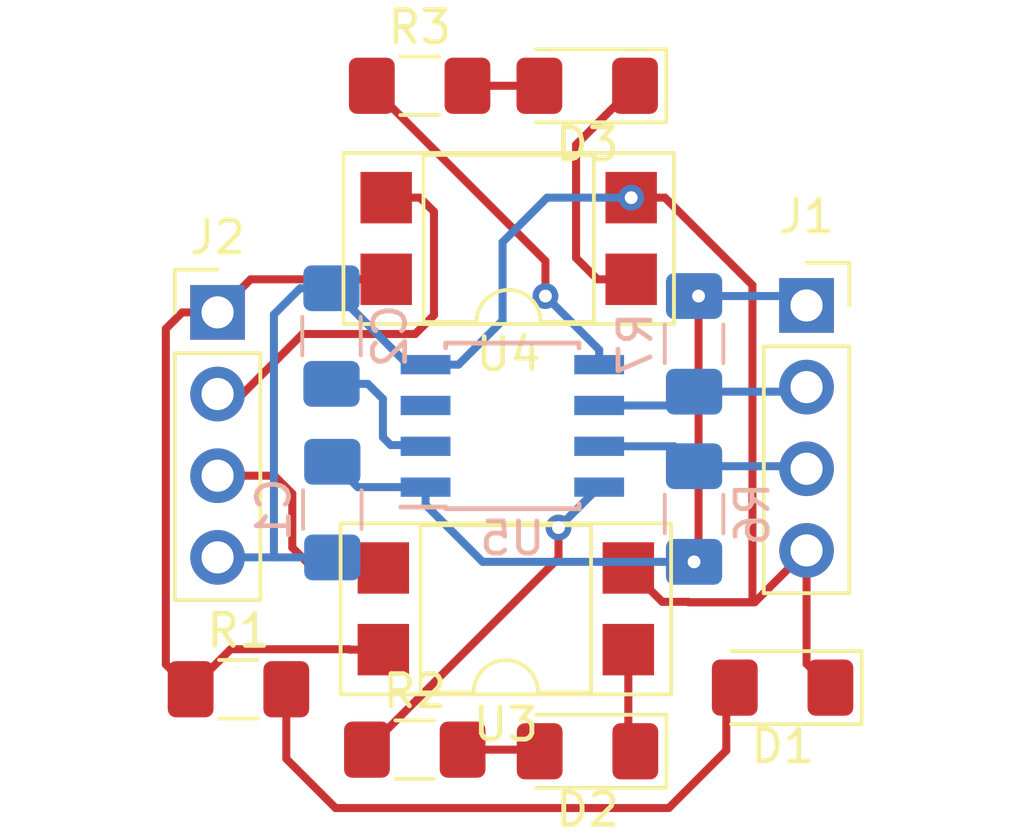
<source format=kicad_pcb>
(kicad_pcb (version 20171130) (host pcbnew 5.0.1-33cea8e~68~ubuntu18.04.1)

  (general
    (thickness 1.6)
    (drawings 0)
    (tracks 107)
    (zones 0)
    (modules 15)
    (nets 16)
  )

  (page A4)
  (layers
    (0 F.Cu signal)
    (31 B.Cu signal)
    (32 B.Adhes user)
    (33 F.Adhes user)
    (34 B.Paste user hide)
    (35 F.Paste user)
    (36 B.SilkS user hide)
    (37 F.SilkS user)
    (38 B.Mask user hide)
    (39 F.Mask user)
    (40 Dwgs.User user)
    (41 Cmts.User user)
    (42 Eco1.User user)
    (43 Eco2.User user)
    (44 Edge.Cuts user)
    (45 Margin user)
    (46 B.CrtYd user hide)
    (47 F.CrtYd user)
    (48 B.Fab user hide)
    (49 F.Fab user)
  )

  (setup
    (last_trace_width 0.25)
    (trace_clearance 0.2)
    (zone_clearance 0.508)
    (zone_45_only no)
    (trace_min 0.2)
    (segment_width 0.2)
    (edge_width 0.1)
    (via_size 0.8)
    (via_drill 0.4)
    (via_min_size 0.4)
    (via_min_drill 0.3)
    (uvia_size 0.3)
    (uvia_drill 0.1)
    (uvias_allowed no)
    (uvia_min_size 0.2)
    (uvia_min_drill 0.1)
    (pcb_text_width 0.3)
    (pcb_text_size 1.5 1.5)
    (mod_edge_width 0.15)
    (mod_text_size 1 1)
    (mod_text_width 0.15)
    (pad_size 1.5 1.5)
    (pad_drill 0.6)
    (pad_to_mask_clearance 0)
    (solder_mask_min_width 0.25)
    (aux_axis_origin 0 0)
    (visible_elements FFFFFF7F)
    (pcbplotparams
      (layerselection 0x010fc_ffffffff)
      (usegerberextensions false)
      (usegerberattributes false)
      (usegerberadvancedattributes false)
      (creategerberjobfile false)
      (excludeedgelayer true)
      (linewidth 0.100000)
      (plotframeref false)
      (viasonmask false)
      (mode 1)
      (useauxorigin false)
      (hpglpennumber 1)
      (hpglpenspeed 20)
      (hpglpendiameter 15.000000)
      (psnegative false)
      (psa4output false)
      (plotreference true)
      (plotvalue true)
      (plotinvisibletext false)
      (padsonsilk false)
      (subtractmaskfromsilk false)
      (outputformat 1)
      (mirror false)
      (drillshape 1)
      (scaleselection 1)
      (outputdirectory ""))
  )

  (net 0 "")
  (net 1 5V)
  (net 2 GND)
  (net 3 +3V3)
  (net 4 "Net-(D1-Pad2)")
  (net 5 "Net-(D2-Pad1)")
  (net 6 "Net-(D2-Pad2)")
  (net 7 "Net-(D3-Pad2)")
  (net 8 "Net-(D3-Pad1)")
  (net 9 SCL)
  (net 10 SDA)
  (net 11 A24)
  (net 12 24V)
  (net 13 A)
  (net 14 B)
  (net 15 B24)

  (net_class Default "Esta es la clase de red por defecto."
    (clearance 0.2)
    (trace_width 0.25)
    (via_dia 0.8)
    (via_drill 0.4)
    (uvia_dia 0.3)
    (uvia_drill 0.1)
    (add_net +3V3)
    (add_net 24V)
    (add_net 5V)
    (add_net A)
    (add_net A24)
    (add_net B)
    (add_net B24)
    (add_net GND)
    (add_net "Net-(D1-Pad2)")
    (add_net "Net-(D2-Pad1)")
    (add_net "Net-(D2-Pad2)")
    (add_net "Net-(D3-Pad1)")
    (add_net "Net-(D3-Pad2)")
    (add_net SCL)
    (add_net SDA)
  )

  (module Resistor_SMD:R_1206_3216Metric_Pad1.42x1.75mm_HandSolder (layer F.Cu) (tedit 5B301BBD) (tstamp 5BFC440F)
    (at 120.3729 84.9757)
    (descr "Resistor SMD 1206 (3216 Metric), square (rectangular) end terminal, IPC_7351 nominal with elongated pad for handsoldering. (Body size source: http://www.tortai-tech.com/upload/download/2011102023233369053.pdf), generated with kicad-footprint-generator")
    (tags "resistor handsolder")
    (path /5BFFA89E)
    (attr smd)
    (fp_text reference R1 (at 0 -1.82) (layer F.SilkS)
      (effects (font (size 1 1) (thickness 0.15)))
    )
    (fp_text value 4k7 (at 0 1.82) (layer F.Fab)
      (effects (font (size 1 1) (thickness 0.15)))
    )
    (fp_line (start -1.6 0.8) (end -1.6 -0.8) (layer F.Fab) (width 0.1))
    (fp_line (start -1.6 -0.8) (end 1.6 -0.8) (layer F.Fab) (width 0.1))
    (fp_line (start 1.6 -0.8) (end 1.6 0.8) (layer F.Fab) (width 0.1))
    (fp_line (start 1.6 0.8) (end -1.6 0.8) (layer F.Fab) (width 0.1))
    (fp_line (start -0.602064 -0.91) (end 0.602064 -0.91) (layer F.SilkS) (width 0.12))
    (fp_line (start -0.602064 0.91) (end 0.602064 0.91) (layer F.SilkS) (width 0.12))
    (fp_line (start -2.45 1.12) (end -2.45 -1.12) (layer F.CrtYd) (width 0.05))
    (fp_line (start -2.45 -1.12) (end 2.45 -1.12) (layer F.CrtYd) (width 0.05))
    (fp_line (start 2.45 -1.12) (end 2.45 1.12) (layer F.CrtYd) (width 0.05))
    (fp_line (start 2.45 1.12) (end -2.45 1.12) (layer F.CrtYd) (width 0.05))
    (fp_text user %R (at 0 0) (layer F.Fab)
      (effects (font (size 0.8 0.8) (thickness 0.12)))
    )
    (pad 1 smd roundrect (at -1.4875 0) (size 1.425 1.75) (layers F.Cu F.Paste F.Mask) (roundrect_rratio 0.175439)
      (net 12 24V))
    (pad 2 smd roundrect (at 1.4875 0) (size 1.425 1.75) (layers F.Cu F.Paste F.Mask) (roundrect_rratio 0.175439)
      (net 4 "Net-(D1-Pad2)"))
    (model ${KISYS3DMOD}/Resistor_SMD.3dshapes/R_1206_3216Metric.wrl
      (at (xyz 0 0 0))
      (scale (xyz 1 1 1))
      (rotate (xyz 0 0 0))
    )
  )

  (module Resistor_SMD:R_1206_3216Metric_Pad1.42x1.75mm_HandSolder (layer F.Cu) (tedit 5B301BBD) (tstamp 5BFC43DF)
    (at 125.857 86.8553)
    (descr "Resistor SMD 1206 (3216 Metric), square (rectangular) end terminal, IPC_7351 nominal with elongated pad for handsoldering. (Body size source: http://www.tortai-tech.com/upload/download/2011102023233369053.pdf), generated with kicad-footprint-generator")
    (tags "resistor handsolder")
    (path /5BFD0E48)
    (attr smd)
    (fp_text reference R2 (at 0 -1.82) (layer F.SilkS)
      (effects (font (size 1 1) (thickness 0.15)))
    )
    (fp_text value 270 (at 0 1.82) (layer F.Fab)
      (effects (font (size 1 1) (thickness 0.15)))
    )
    (fp_line (start -1.6 0.8) (end -1.6 -0.8) (layer F.Fab) (width 0.1))
    (fp_line (start -1.6 -0.8) (end 1.6 -0.8) (layer F.Fab) (width 0.1))
    (fp_line (start 1.6 -0.8) (end 1.6 0.8) (layer F.Fab) (width 0.1))
    (fp_line (start 1.6 0.8) (end -1.6 0.8) (layer F.Fab) (width 0.1))
    (fp_line (start -0.602064 -0.91) (end 0.602064 -0.91) (layer F.SilkS) (width 0.12))
    (fp_line (start -0.602064 0.91) (end 0.602064 0.91) (layer F.SilkS) (width 0.12))
    (fp_line (start -2.45 1.12) (end -2.45 -1.12) (layer F.CrtYd) (width 0.05))
    (fp_line (start -2.45 -1.12) (end 2.45 -1.12) (layer F.CrtYd) (width 0.05))
    (fp_line (start 2.45 -1.12) (end 2.45 1.12) (layer F.CrtYd) (width 0.05))
    (fp_line (start 2.45 1.12) (end -2.45 1.12) (layer F.CrtYd) (width 0.05))
    (fp_text user %R (at 0 0) (layer F.Fab)
      (effects (font (size 0.8 0.8) (thickness 0.12)))
    )
    (pad 1 smd roundrect (at -1.4875 0) (size 1.425 1.75) (layers F.Cu F.Paste F.Mask) (roundrect_rratio 0.175439)
      (net 13 A))
    (pad 2 smd roundrect (at 1.4875 0) (size 1.425 1.75) (layers F.Cu F.Paste F.Mask) (roundrect_rratio 0.175439)
      (net 6 "Net-(D2-Pad2)"))
    (model ${KISYS3DMOD}/Resistor_SMD.3dshapes/R_1206_3216Metric.wrl
      (at (xyz 0 0 0))
      (scale (xyz 1 1 1))
      (rotate (xyz 0 0 0))
    )
  )

  (module Resistor_SMD:R_1206_3216Metric_Pad1.42x1.75mm_HandSolder (layer F.Cu) (tedit 5B301BBD) (tstamp 5BFC43AF)
    (at 126.0078 66.2051)
    (descr "Resistor SMD 1206 (3216 Metric), square (rectangular) end terminal, IPC_7351 nominal with elongated pad for handsoldering. (Body size source: http://www.tortai-tech.com/upload/download/2011102023233369053.pdf), generated with kicad-footprint-generator")
    (tags "resistor handsolder")
    (path /5BFD0E4F)
    (attr smd)
    (fp_text reference R3 (at 0 -1.82) (layer F.SilkS)
      (effects (font (size 1 1) (thickness 0.15)))
    )
    (fp_text value 270 (at 0 1.82) (layer F.Fab)
      (effects (font (size 1 1) (thickness 0.15)))
    )
    (fp_text user %R (at 0 0) (layer F.Fab)
      (effects (font (size 0.8 0.8) (thickness 0.12)))
    )
    (fp_line (start 2.45 1.12) (end -2.45 1.12) (layer F.CrtYd) (width 0.05))
    (fp_line (start 2.45 -1.12) (end 2.45 1.12) (layer F.CrtYd) (width 0.05))
    (fp_line (start -2.45 -1.12) (end 2.45 -1.12) (layer F.CrtYd) (width 0.05))
    (fp_line (start -2.45 1.12) (end -2.45 -1.12) (layer F.CrtYd) (width 0.05))
    (fp_line (start -0.602064 0.91) (end 0.602064 0.91) (layer F.SilkS) (width 0.12))
    (fp_line (start -0.602064 -0.91) (end 0.602064 -0.91) (layer F.SilkS) (width 0.12))
    (fp_line (start 1.6 0.8) (end -1.6 0.8) (layer F.Fab) (width 0.1))
    (fp_line (start 1.6 -0.8) (end 1.6 0.8) (layer F.Fab) (width 0.1))
    (fp_line (start -1.6 -0.8) (end 1.6 -0.8) (layer F.Fab) (width 0.1))
    (fp_line (start -1.6 0.8) (end -1.6 -0.8) (layer F.Fab) (width 0.1))
    (pad 2 smd roundrect (at 1.4875 0) (size 1.425 1.75) (layers F.Cu F.Paste F.Mask) (roundrect_rratio 0.175439)
      (net 7 "Net-(D3-Pad2)"))
    (pad 1 smd roundrect (at -1.4875 0) (size 1.425 1.75) (layers F.Cu F.Paste F.Mask) (roundrect_rratio 0.175439)
      (net 14 B))
    (model ${KISYS3DMOD}/Resistor_SMD.3dshapes/R_1206_3216Metric.wrl
      (at (xyz 0 0 0))
      (scale (xyz 1 1 1))
      (rotate (xyz 0 0 0))
    )
  )

  (module Resistor_SMD:R_1206_3216Metric_Pad1.42x1.75mm_HandSolder (layer B.Cu) (tedit 5B301BBD) (tstamp 5BFC437F)
    (at 134.5438 79.5258 90)
    (descr "Resistor SMD 1206 (3216 Metric), square (rectangular) end terminal, IPC_7351 nominal with elongated pad for handsoldering. (Body size source: http://www.tortai-tech.com/upload/download/2011102023233369053.pdf), generated with kicad-footprint-generator")
    (tags "resistor handsolder")
    (path /5BFB0196)
    (attr smd)
    (fp_text reference R6 (at 0 1.82 90) (layer B.SilkS)
      (effects (font (size 1 1) (thickness 0.15)) (justify mirror))
    )
    (fp_text value 4K7 (at 0 -1.82 90) (layer B.Fab)
      (effects (font (size 1 1) (thickness 0.15)) (justify mirror))
    )
    (fp_line (start -1.6 -0.8) (end -1.6 0.8) (layer B.Fab) (width 0.1))
    (fp_line (start -1.6 0.8) (end 1.6 0.8) (layer B.Fab) (width 0.1))
    (fp_line (start 1.6 0.8) (end 1.6 -0.8) (layer B.Fab) (width 0.1))
    (fp_line (start 1.6 -0.8) (end -1.6 -0.8) (layer B.Fab) (width 0.1))
    (fp_line (start -0.602064 0.91) (end 0.602064 0.91) (layer B.SilkS) (width 0.12))
    (fp_line (start -0.602064 -0.91) (end 0.602064 -0.91) (layer B.SilkS) (width 0.12))
    (fp_line (start -2.45 -1.12) (end -2.45 1.12) (layer B.CrtYd) (width 0.05))
    (fp_line (start -2.45 1.12) (end 2.45 1.12) (layer B.CrtYd) (width 0.05))
    (fp_line (start 2.45 1.12) (end 2.45 -1.12) (layer B.CrtYd) (width 0.05))
    (fp_line (start 2.45 -1.12) (end -2.45 -1.12) (layer B.CrtYd) (width 0.05))
    (fp_text user %R (at 0 0 90) (layer B.Fab)
      (effects (font (size 0.8 0.8) (thickness 0.12)) (justify mirror))
    )
    (pad 1 smd roundrect (at -1.4875 0 90) (size 1.425 1.75) (layers B.Cu B.Paste B.Mask) (roundrect_rratio 0.175439)
      (net 1 5V))
    (pad 2 smd roundrect (at 1.4875 0 90) (size 1.425 1.75) (layers B.Cu B.Paste B.Mask) (roundrect_rratio 0.175439)
      (net 9 SCL))
    (model ${KISYS3DMOD}/Resistor_SMD.3dshapes/R_1206_3216Metric.wrl
      (at (xyz 0 0 0))
      (scale (xyz 1 1 1))
      (rotate (xyz 0 0 0))
    )
  )

  (module Resistor_SMD:R_1206_3216Metric_Pad1.42x1.75mm_HandSolder (layer B.Cu) (tedit 5B301BBD) (tstamp 5BFC434F)
    (at 134.5438 74.2331 270)
    (descr "Resistor SMD 1206 (3216 Metric), square (rectangular) end terminal, IPC_7351 nominal with elongated pad for handsoldering. (Body size source: http://www.tortai-tech.com/upload/download/2011102023233369053.pdf), generated with kicad-footprint-generator")
    (tags "resistor handsolder")
    (path /5BFB01F0)
    (attr smd)
    (fp_text reference R7 (at 0 1.82 270) (layer B.SilkS)
      (effects (font (size 1 1) (thickness 0.15)) (justify mirror))
    )
    (fp_text value 4K7 (at 0 -1.82 270) (layer B.Fab)
      (effects (font (size 1 1) (thickness 0.15)) (justify mirror))
    )
    (fp_text user %R (at 0 0 270) (layer B.Fab)
      (effects (font (size 0.8 0.8) (thickness 0.12)) (justify mirror))
    )
    (fp_line (start 2.45 -1.12) (end -2.45 -1.12) (layer B.CrtYd) (width 0.05))
    (fp_line (start 2.45 1.12) (end 2.45 -1.12) (layer B.CrtYd) (width 0.05))
    (fp_line (start -2.45 1.12) (end 2.45 1.12) (layer B.CrtYd) (width 0.05))
    (fp_line (start -2.45 -1.12) (end -2.45 1.12) (layer B.CrtYd) (width 0.05))
    (fp_line (start -0.602064 -0.91) (end 0.602064 -0.91) (layer B.SilkS) (width 0.12))
    (fp_line (start -0.602064 0.91) (end 0.602064 0.91) (layer B.SilkS) (width 0.12))
    (fp_line (start 1.6 -0.8) (end -1.6 -0.8) (layer B.Fab) (width 0.1))
    (fp_line (start 1.6 0.8) (end 1.6 -0.8) (layer B.Fab) (width 0.1))
    (fp_line (start -1.6 0.8) (end 1.6 0.8) (layer B.Fab) (width 0.1))
    (fp_line (start -1.6 -0.8) (end -1.6 0.8) (layer B.Fab) (width 0.1))
    (pad 2 smd roundrect (at 1.4875 0 270) (size 1.425 1.75) (layers B.Cu B.Paste B.Mask) (roundrect_rratio 0.175439)
      (net 10 SDA))
    (pad 1 smd roundrect (at -1.4875 0 270) (size 1.425 1.75) (layers B.Cu B.Paste B.Mask) (roundrect_rratio 0.175439)
      (net 1 5V))
    (model ${KISYS3DMOD}/Resistor_SMD.3dshapes/R_1206_3216Metric.wrl
      (at (xyz 0 0 0))
      (scale (xyz 1 1 1))
      (rotate (xyz 0 0 0))
    )
  )

  (module Package_DIP:DIP-4_W7.62mm_SMDSocket_SmallPads (layer F.Cu) (tedit 5A02E8C5) (tstamp 5BFC4301)
    (at 128.6891 82.4738 180)
    (descr "4-lead though-hole mounted DIP package, row spacing 7.62 mm (300 mils), SMDSocket, SmallPads")
    (tags "THT DIP DIL PDIP 2.54mm 7.62mm 300mil SMDSocket SmallPads")
    (path /5BFD2A27)
    (attr smd)
    (fp_text reference U3 (at 0 -3.6 180) (layer F.SilkS)
      (effects (font (size 1 1) (thickness 0.15)))
    )
    (fp_text value EL814 (at 0 3.6 180) (layer F.Fab)
      (effects (font (size 1 1) (thickness 0.15)))
    )
    (fp_arc (start 0 -2.6) (end -1 -2.6) (angle -180) (layer F.SilkS) (width 0.12))
    (fp_line (start -2.175 -2.54) (end 3.175 -2.54) (layer F.Fab) (width 0.1))
    (fp_line (start 3.175 -2.54) (end 3.175 2.54) (layer F.Fab) (width 0.1))
    (fp_line (start 3.175 2.54) (end -3.175 2.54) (layer F.Fab) (width 0.1))
    (fp_line (start -3.175 2.54) (end -3.175 -1.54) (layer F.Fab) (width 0.1))
    (fp_line (start -3.175 -1.54) (end -2.175 -2.54) (layer F.Fab) (width 0.1))
    (fp_line (start -5.08 -2.6) (end -5.08 2.6) (layer F.Fab) (width 0.1))
    (fp_line (start -5.08 2.6) (end 5.08 2.6) (layer F.Fab) (width 0.1))
    (fp_line (start 5.08 2.6) (end 5.08 -2.6) (layer F.Fab) (width 0.1))
    (fp_line (start 5.08 -2.6) (end -5.08 -2.6) (layer F.Fab) (width 0.1))
    (fp_line (start -1 -2.6) (end -2.65 -2.6) (layer F.SilkS) (width 0.12))
    (fp_line (start -2.65 -2.6) (end -2.65 2.6) (layer F.SilkS) (width 0.12))
    (fp_line (start -2.65 2.6) (end 2.65 2.6) (layer F.SilkS) (width 0.12))
    (fp_line (start 2.65 2.6) (end 2.65 -2.6) (layer F.SilkS) (width 0.12))
    (fp_line (start 2.65 -2.6) (end 1 -2.6) (layer F.SilkS) (width 0.12))
    (fp_line (start -5.14 -2.66) (end -5.14 2.66) (layer F.SilkS) (width 0.12))
    (fp_line (start -5.14 2.66) (end 5.14 2.66) (layer F.SilkS) (width 0.12))
    (fp_line (start 5.14 2.66) (end 5.14 -2.66) (layer F.SilkS) (width 0.12))
    (fp_line (start 5.14 -2.66) (end -5.14 -2.66) (layer F.SilkS) (width 0.12))
    (fp_line (start -5.35 -2.85) (end -5.35 2.85) (layer F.CrtYd) (width 0.05))
    (fp_line (start -5.35 2.85) (end 5.35 2.85) (layer F.CrtYd) (width 0.05))
    (fp_line (start 5.35 2.85) (end 5.35 -2.85) (layer F.CrtYd) (width 0.05))
    (fp_line (start 5.35 -2.85) (end -5.35 -2.85) (layer F.CrtYd) (width 0.05))
    (fp_text user %R (at 0 0 180) (layer F.Fab)
      (effects (font (size 1 1) (thickness 0.15)))
    )
    (pad 1 smd rect (at -3.81 -1.27 180) (size 1.6 1.6) (layers F.Cu F.Paste F.Mask)
      (net 5 "Net-(D2-Pad1)"))
    (pad 3 smd rect (at 3.81 1.27 180) (size 1.6 1.6) (layers F.Cu F.Paste F.Mask)
      (net 11 A24))
    (pad 2 smd rect (at -3.81 1.27 180) (size 1.6 1.6) (layers F.Cu F.Paste F.Mask)
      (net 2 GND))
    (pad 4 smd rect (at 3.81 -1.27 180) (size 1.6 1.6) (layers F.Cu F.Paste F.Mask)
      (net 12 24V))
    (model ${KISYS3DMOD}/Package_DIP.3dshapes/DIP-4_W7.62mm_SMDSocket.wrl
      (at (xyz 0 0 0))
      (scale (xyz 1 1 1))
      (rotate (xyz 0 0 0))
    )
  )

  (module Package_DIP:DIP-4_W7.62mm_SMDSocket_SmallPads (layer F.Cu) (tedit 5A02E8C5) (tstamp 5BFC42A4)
    (at 128.778 70.9549 180)
    (descr "4-lead though-hole mounted DIP package, row spacing 7.62 mm (300 mils), SMDSocket, SmallPads")
    (tags "THT DIP DIL PDIP 2.54mm 7.62mm 300mil SMDSocket SmallPads")
    (path /5BFD2B8F)
    (attr smd)
    (fp_text reference U4 (at 0 -3.6 180) (layer F.SilkS)
      (effects (font (size 1 1) (thickness 0.15)))
    )
    (fp_text value EL814 (at 0 3.6 180) (layer F.Fab)
      (effects (font (size 1 1) (thickness 0.15)))
    )
    (fp_text user %R (at 0 0 180) (layer F.Fab)
      (effects (font (size 1 1) (thickness 0.15)))
    )
    (fp_line (start 5.35 -2.85) (end -5.35 -2.85) (layer F.CrtYd) (width 0.05))
    (fp_line (start 5.35 2.85) (end 5.35 -2.85) (layer F.CrtYd) (width 0.05))
    (fp_line (start -5.35 2.85) (end 5.35 2.85) (layer F.CrtYd) (width 0.05))
    (fp_line (start -5.35 -2.85) (end -5.35 2.85) (layer F.CrtYd) (width 0.05))
    (fp_line (start 5.14 -2.66) (end -5.14 -2.66) (layer F.SilkS) (width 0.12))
    (fp_line (start 5.14 2.66) (end 5.14 -2.66) (layer F.SilkS) (width 0.12))
    (fp_line (start -5.14 2.66) (end 5.14 2.66) (layer F.SilkS) (width 0.12))
    (fp_line (start -5.14 -2.66) (end -5.14 2.66) (layer F.SilkS) (width 0.12))
    (fp_line (start 2.65 -2.6) (end 1 -2.6) (layer F.SilkS) (width 0.12))
    (fp_line (start 2.65 2.6) (end 2.65 -2.6) (layer F.SilkS) (width 0.12))
    (fp_line (start -2.65 2.6) (end 2.65 2.6) (layer F.SilkS) (width 0.12))
    (fp_line (start -2.65 -2.6) (end -2.65 2.6) (layer F.SilkS) (width 0.12))
    (fp_line (start -1 -2.6) (end -2.65 -2.6) (layer F.SilkS) (width 0.12))
    (fp_line (start 5.08 -2.6) (end -5.08 -2.6) (layer F.Fab) (width 0.1))
    (fp_line (start 5.08 2.6) (end 5.08 -2.6) (layer F.Fab) (width 0.1))
    (fp_line (start -5.08 2.6) (end 5.08 2.6) (layer F.Fab) (width 0.1))
    (fp_line (start -5.08 -2.6) (end -5.08 2.6) (layer F.Fab) (width 0.1))
    (fp_line (start -3.175 -1.54) (end -2.175 -2.54) (layer F.Fab) (width 0.1))
    (fp_line (start -3.175 2.54) (end -3.175 -1.54) (layer F.Fab) (width 0.1))
    (fp_line (start 3.175 2.54) (end -3.175 2.54) (layer F.Fab) (width 0.1))
    (fp_line (start 3.175 -2.54) (end 3.175 2.54) (layer F.Fab) (width 0.1))
    (fp_line (start -2.175 -2.54) (end 3.175 -2.54) (layer F.Fab) (width 0.1))
    (fp_arc (start 0 -2.6) (end -1 -2.6) (angle -180) (layer F.SilkS) (width 0.12))
    (pad 4 smd rect (at 3.81 -1.27 180) (size 1.6 1.6) (layers F.Cu F.Paste F.Mask)
      (net 12 24V))
    (pad 2 smd rect (at -3.81 1.27 180) (size 1.6 1.6) (layers F.Cu F.Paste F.Mask)
      (net 2 GND))
    (pad 3 smd rect (at 3.81 1.27 180) (size 1.6 1.6) (layers F.Cu F.Paste F.Mask)
      (net 15 B24))
    (pad 1 smd rect (at -3.81 -1.27 180) (size 1.6 1.6) (layers F.Cu F.Paste F.Mask)
      (net 8 "Net-(D3-Pad1)"))
    (model ${KISYS3DMOD}/Package_DIP.3dshapes/DIP-4_W7.62mm_SMDSocket.wrl
      (at (xyz 0 0 0))
      (scale (xyz 1 1 1))
      (rotate (xyz 0 0 0))
    )
  )

  (module Package_SO:SOIC-8_3.9x4.9mm_P1.27mm (layer B.Cu) (tedit 5A02F2D3) (tstamp 5BFC424D)
    (at 128.8923 76.7842)
    (descr "8-Lead Plastic Small Outline (SN) - Narrow, 3.90 mm Body [SOIC] (see Microchip Packaging Specification 00000049BS.pdf)")
    (tags "SOIC 1.27")
    (path /5BFADADA)
    (attr smd)
    (fp_text reference U5 (at 0 3.5) (layer B.SilkS)
      (effects (font (size 1 1) (thickness 0.15)) (justify mirror))
    )
    (fp_text value AS5601-ASOM (at 0 -3.5) (layer B.Fab)
      (effects (font (size 1 1) (thickness 0.15)) (justify mirror))
    )
    (fp_text user %R (at 0 0) (layer B.Fab)
      (effects (font (size 1 1) (thickness 0.15)) (justify mirror))
    )
    (fp_line (start -0.95 2.45) (end 1.95 2.45) (layer B.Fab) (width 0.1))
    (fp_line (start 1.95 2.45) (end 1.95 -2.45) (layer B.Fab) (width 0.1))
    (fp_line (start 1.95 -2.45) (end -1.95 -2.45) (layer B.Fab) (width 0.1))
    (fp_line (start -1.95 -2.45) (end -1.95 1.45) (layer B.Fab) (width 0.1))
    (fp_line (start -1.95 1.45) (end -0.95 2.45) (layer B.Fab) (width 0.1))
    (fp_line (start -3.73 2.7) (end -3.73 -2.7) (layer B.CrtYd) (width 0.05))
    (fp_line (start 3.73 2.7) (end 3.73 -2.7) (layer B.CrtYd) (width 0.05))
    (fp_line (start -3.73 2.7) (end 3.73 2.7) (layer B.CrtYd) (width 0.05))
    (fp_line (start -3.73 -2.7) (end 3.73 -2.7) (layer B.CrtYd) (width 0.05))
    (fp_line (start -2.075 2.575) (end -2.075 2.525) (layer B.SilkS) (width 0.15))
    (fp_line (start 2.075 2.575) (end 2.075 2.43) (layer B.SilkS) (width 0.15))
    (fp_line (start 2.075 -2.575) (end 2.075 -2.43) (layer B.SilkS) (width 0.15))
    (fp_line (start -2.075 -2.575) (end -2.075 -2.43) (layer B.SilkS) (width 0.15))
    (fp_line (start -2.075 2.575) (end 2.075 2.575) (layer B.SilkS) (width 0.15))
    (fp_line (start -2.075 -2.575) (end 2.075 -2.575) (layer B.SilkS) (width 0.15))
    (fp_line (start -2.075 2.525) (end -3.475 2.525) (layer B.SilkS) (width 0.15))
    (pad 1 smd rect (at -2.7 1.905) (size 1.55 0.6) (layers B.Cu B.Paste B.Mask)
      (net 1 5V))
    (pad 2 smd rect (at -2.7 0.635) (size 1.55 0.6) (layers B.Cu B.Paste B.Mask)
      (net 3 +3V3))
    (pad 3 smd rect (at -2.7 -0.635) (size 1.55 0.6) (layers B.Cu B.Paste B.Mask))
    (pad 4 smd rect (at -2.7 -1.905) (size 1.55 0.6) (layers B.Cu B.Paste B.Mask)
      (net 2 GND))
    (pad 5 smd rect (at 2.7 -1.905) (size 1.55 0.6) (layers B.Cu B.Paste B.Mask)
      (net 14 B))
    (pad 6 smd rect (at 2.7 -0.635) (size 1.55 0.6) (layers B.Cu B.Paste B.Mask)
      (net 10 SDA))
    (pad 7 smd rect (at 2.7 0.635) (size 1.55 0.6) (layers B.Cu B.Paste B.Mask)
      (net 9 SCL))
    (pad 8 smd rect (at 2.7 1.905) (size 1.55 0.6) (layers B.Cu B.Paste B.Mask)
      (net 13 A))
    (model ${KISYS3DMOD}/Package_SO.3dshapes/SOIC-8_3.9x4.9mm_P1.27mm.wrl
      (at (xyz 0 0 0))
      (scale (xyz 1 1 1))
      (rotate (xyz 0 0 0))
    )
  )

  (module Connector_PinSocket_2.54mm:PinSocket_1x04_P2.54mm_Vertical (layer F.Cu) (tedit 5A19A429) (tstamp 5BFC3BA7)
    (at 138.0431 73.0377)
    (descr "Through hole straight socket strip, 1x04, 2.54mm pitch, single row (from Kicad 4.0.7), script generated")
    (tags "Through hole socket strip THT 1x04 2.54mm single row")
    (path /5BFB7E9C)
    (fp_text reference J1 (at 0 -2.77) (layer F.SilkS)
      (effects (font (size 1 1) (thickness 0.15)))
    )
    (fp_text value Conn_01x04_Male (at 0 10.39) (layer F.Fab)
      (effects (font (size 1 1) (thickness 0.15)))
    )
    (fp_line (start -1.27 -1.27) (end 0.635 -1.27) (layer F.Fab) (width 0.1))
    (fp_line (start 0.635 -1.27) (end 1.27 -0.635) (layer F.Fab) (width 0.1))
    (fp_line (start 1.27 -0.635) (end 1.27 8.89) (layer F.Fab) (width 0.1))
    (fp_line (start 1.27 8.89) (end -1.27 8.89) (layer F.Fab) (width 0.1))
    (fp_line (start -1.27 8.89) (end -1.27 -1.27) (layer F.Fab) (width 0.1))
    (fp_line (start -1.33 1.27) (end 1.33 1.27) (layer F.SilkS) (width 0.12))
    (fp_line (start -1.33 1.27) (end -1.33 8.95) (layer F.SilkS) (width 0.12))
    (fp_line (start -1.33 8.95) (end 1.33 8.95) (layer F.SilkS) (width 0.12))
    (fp_line (start 1.33 1.27) (end 1.33 8.95) (layer F.SilkS) (width 0.12))
    (fp_line (start 1.33 -1.33) (end 1.33 0) (layer F.SilkS) (width 0.12))
    (fp_line (start 0 -1.33) (end 1.33 -1.33) (layer F.SilkS) (width 0.12))
    (fp_line (start -1.8 -1.8) (end 1.75 -1.8) (layer F.CrtYd) (width 0.05))
    (fp_line (start 1.75 -1.8) (end 1.75 9.4) (layer F.CrtYd) (width 0.05))
    (fp_line (start 1.75 9.4) (end -1.8 9.4) (layer F.CrtYd) (width 0.05))
    (fp_line (start -1.8 9.4) (end -1.8 -1.8) (layer F.CrtYd) (width 0.05))
    (fp_text user %R (at 0 3.81 90) (layer F.Fab)
      (effects (font (size 1 1) (thickness 0.15)))
    )
    (pad 1 thru_hole rect (at 0 0) (size 1.7 1.7) (drill 1) (layers *.Cu *.Mask)
      (net 1 5V))
    (pad 2 thru_hole oval (at 0 2.54) (size 1.7 1.7) (drill 1) (layers *.Cu *.Mask)
      (net 10 SDA))
    (pad 3 thru_hole oval (at 0 5.08) (size 1.7 1.7) (drill 1) (layers *.Cu *.Mask)
      (net 9 SCL))
    (pad 4 thru_hole oval (at 0 7.62) (size 1.7 1.7) (drill 1) (layers *.Cu *.Mask)
      (net 2 GND))
    (model ${KISYS3DMOD}/Connector_PinSocket_2.54mm.3dshapes/PinSocket_1x04_P2.54mm_Vertical.wrl
      (at (xyz 0 0 0))
      (scale (xyz 1 1 1))
      (rotate (xyz 0 0 0))
    )
  )

  (module Connector_PinHeader_2.54mm:PinHeader_1x04_P2.54mm_Vertical (layer F.Cu) (tedit 59FED5CC) (tstamp 5BFC3BBE)
    (at 119.7229 73.2536)
    (descr "Through hole straight pin header, 1x04, 2.54mm pitch, single row")
    (tags "Through hole pin header THT 1x04 2.54mm single row")
    (path /5BFB7F2C)
    (fp_text reference J2 (at 0 -2.33) (layer F.SilkS)
      (effects (font (size 1 1) (thickness 0.15)))
    )
    (fp_text value Conn_01x04_Male (at 0 9.95) (layer F.Fab)
      (effects (font (size 1 1) (thickness 0.15)))
    )
    (fp_line (start -0.635 -1.27) (end 1.27 -1.27) (layer F.Fab) (width 0.1))
    (fp_line (start 1.27 -1.27) (end 1.27 8.89) (layer F.Fab) (width 0.1))
    (fp_line (start 1.27 8.89) (end -1.27 8.89) (layer F.Fab) (width 0.1))
    (fp_line (start -1.27 8.89) (end -1.27 -0.635) (layer F.Fab) (width 0.1))
    (fp_line (start -1.27 -0.635) (end -0.635 -1.27) (layer F.Fab) (width 0.1))
    (fp_line (start -1.33 8.95) (end 1.33 8.95) (layer F.SilkS) (width 0.12))
    (fp_line (start -1.33 1.27) (end -1.33 8.95) (layer F.SilkS) (width 0.12))
    (fp_line (start 1.33 1.27) (end 1.33 8.95) (layer F.SilkS) (width 0.12))
    (fp_line (start -1.33 1.27) (end 1.33 1.27) (layer F.SilkS) (width 0.12))
    (fp_line (start -1.33 0) (end -1.33 -1.33) (layer F.SilkS) (width 0.12))
    (fp_line (start -1.33 -1.33) (end 0 -1.33) (layer F.SilkS) (width 0.12))
    (fp_line (start -1.8 -1.8) (end -1.8 9.4) (layer F.CrtYd) (width 0.05))
    (fp_line (start -1.8 9.4) (end 1.8 9.4) (layer F.CrtYd) (width 0.05))
    (fp_line (start 1.8 9.4) (end 1.8 -1.8) (layer F.CrtYd) (width 0.05))
    (fp_line (start 1.8 -1.8) (end -1.8 -1.8) (layer F.CrtYd) (width 0.05))
    (fp_text user %R (at 0 3.81 90) (layer F.Fab)
      (effects (font (size 1 1) (thickness 0.15)))
    )
    (pad 1 thru_hole rect (at 0 0) (size 1.7 1.7) (drill 1) (layers *.Cu *.Mask)
      (net 12 24V))
    (pad 2 thru_hole oval (at 0 2.54) (size 1.7 1.7) (drill 1) (layers *.Cu *.Mask)
      (net 15 B24))
    (pad 3 thru_hole oval (at 0 5.08) (size 1.7 1.7) (drill 1) (layers *.Cu *.Mask)
      (net 11 A24))
    (pad 4 thru_hole oval (at 0 7.62) (size 1.7 1.7) (drill 1) (layers *.Cu *.Mask)
      (net 2 GND))
    (model ${KISYS3DMOD}/Connector_PinHeader_2.54mm.3dshapes/PinHeader_1x04_P2.54mm_Vertical.wrl
      (at (xyz 0 0 0))
      (scale (xyz 1 1 1))
      (rotate (xyz 0 0 0))
    )
  )

  (module Capacitor_SMD:C_1206_3216Metric_Pad1.42x1.75mm_HandSolder (layer B.Cu) (tedit 5B301BBE) (tstamp 5BFC3D36)
    (at 123.2916 79.3877 270)
    (descr "Capacitor SMD 1206 (3216 Metric), square (rectangular) end terminal, IPC_7351 nominal with elongated pad for handsoldering. (Body size source: http://www.tortai-tech.com/upload/download/2011102023233369053.pdf), generated with kicad-footprint-generator")
    (tags "capacitor handsolder")
    (path /5BFADBF0)
    (attr smd)
    (fp_text reference C1 (at 0 1.82 270) (layer B.SilkS)
      (effects (font (size 1 1) (thickness 0.15)) (justify mirror))
    )
    (fp_text value 100nF1 (at 0 -1.82 270) (layer B.Fab)
      (effects (font (size 1 1) (thickness 0.15)) (justify mirror))
    )
    (fp_line (start -1.6 -0.8) (end -1.6 0.8) (layer B.Fab) (width 0.1))
    (fp_line (start -1.6 0.8) (end 1.6 0.8) (layer B.Fab) (width 0.1))
    (fp_line (start 1.6 0.8) (end 1.6 -0.8) (layer B.Fab) (width 0.1))
    (fp_line (start 1.6 -0.8) (end -1.6 -0.8) (layer B.Fab) (width 0.1))
    (fp_line (start -0.602064 0.91) (end 0.602064 0.91) (layer B.SilkS) (width 0.12))
    (fp_line (start -0.602064 -0.91) (end 0.602064 -0.91) (layer B.SilkS) (width 0.12))
    (fp_line (start -2.45 -1.12) (end -2.45 1.12) (layer B.CrtYd) (width 0.05))
    (fp_line (start -2.45 1.12) (end 2.45 1.12) (layer B.CrtYd) (width 0.05))
    (fp_line (start 2.45 1.12) (end 2.45 -1.12) (layer B.CrtYd) (width 0.05))
    (fp_line (start 2.45 -1.12) (end -2.45 -1.12) (layer B.CrtYd) (width 0.05))
    (fp_text user %R (at 0 0 270) (layer B.Fab)
      (effects (font (size 0.8 0.8) (thickness 0.12)) (justify mirror))
    )
    (pad 1 smd roundrect (at -1.4875 0 270) (size 1.425 1.75) (layers B.Cu B.Paste B.Mask) (roundrect_rratio 0.175439)
      (net 1 5V))
    (pad 2 smd roundrect (at 1.4875 0 270) (size 1.425 1.75) (layers B.Cu B.Paste B.Mask) (roundrect_rratio 0.175439)
      (net 2 GND))
    (model ${KISYS3DMOD}/Capacitor_SMD.3dshapes/C_1206_3216Metric.wrl
      (at (xyz 0 0 0))
      (scale (xyz 1 1 1))
      (rotate (xyz 0 0 0))
    )
  )

  (module Capacitor_SMD:C_1206_3216Metric_Pad1.42x1.75mm_HandSolder (layer B.Cu) (tedit 5B301BBE) (tstamp 5BFC3D47)
    (at 123.2662 73.9902 90)
    (descr "Capacitor SMD 1206 (3216 Metric), square (rectangular) end terminal, IPC_7351 nominal with elongated pad for handsoldering. (Body size source: http://www.tortai-tech.com/upload/download/2011102023233369053.pdf), generated with kicad-footprint-generator")
    (tags "capacitor handsolder")
    (path /5BFADC60)
    (attr smd)
    (fp_text reference C2 (at 0 1.82 90) (layer B.SilkS)
      (effects (font (size 1 1) (thickness 0.15)) (justify mirror))
    )
    (fp_text value 1uF1 (at 0 -1.82 90) (layer B.Fab)
      (effects (font (size 1 1) (thickness 0.15)) (justify mirror))
    )
    (fp_text user %R (at 0 0 90) (layer B.Fab)
      (effects (font (size 0.8 0.8) (thickness 0.12)) (justify mirror))
    )
    (fp_line (start 2.45 -1.12) (end -2.45 -1.12) (layer B.CrtYd) (width 0.05))
    (fp_line (start 2.45 1.12) (end 2.45 -1.12) (layer B.CrtYd) (width 0.05))
    (fp_line (start -2.45 1.12) (end 2.45 1.12) (layer B.CrtYd) (width 0.05))
    (fp_line (start -2.45 -1.12) (end -2.45 1.12) (layer B.CrtYd) (width 0.05))
    (fp_line (start -0.602064 -0.91) (end 0.602064 -0.91) (layer B.SilkS) (width 0.12))
    (fp_line (start -0.602064 0.91) (end 0.602064 0.91) (layer B.SilkS) (width 0.12))
    (fp_line (start 1.6 -0.8) (end -1.6 -0.8) (layer B.Fab) (width 0.1))
    (fp_line (start 1.6 0.8) (end 1.6 -0.8) (layer B.Fab) (width 0.1))
    (fp_line (start -1.6 0.8) (end 1.6 0.8) (layer B.Fab) (width 0.1))
    (fp_line (start -1.6 -0.8) (end -1.6 0.8) (layer B.Fab) (width 0.1))
    (pad 2 smd roundrect (at 1.4875 0 90) (size 1.425 1.75) (layers B.Cu B.Paste B.Mask) (roundrect_rratio 0.175439)
      (net 2 GND))
    (pad 1 smd roundrect (at -1.4875 0 90) (size 1.425 1.75) (layers B.Cu B.Paste B.Mask) (roundrect_rratio 0.175439)
      (net 3 +3V3))
    (model ${KISYS3DMOD}/Capacitor_SMD.3dshapes/C_1206_3216Metric.wrl
      (at (xyz 0 0 0))
      (scale (xyz 1 1 1))
      (rotate (xyz 0 0 0))
    )
  )

  (module LED_SMD:LED_1206_3216Metric_Pad1.42x1.75mm_HandSolder (layer F.Cu) (tedit 5B4B45C9) (tstamp 5BFC3F1D)
    (at 137.2981 84.9257 180)
    (descr "LED SMD 1206 (3216 Metric), square (rectangular) end terminal, IPC_7351 nominal, (Body size source: http://www.tortai-tech.com/upload/download/2011102023233369053.pdf), generated with kicad-footprint-generator")
    (tags "LED handsolder")
    (path /5BFFA77C)
    (attr smd)
    (fp_text reference D1 (at 0 -1.82 180) (layer F.SilkS)
      (effects (font (size 1 1) (thickness 0.15)))
    )
    (fp_text value LED (at 0 1.82 180) (layer F.Fab)
      (effects (font (size 1 1) (thickness 0.15)))
    )
    (fp_line (start 1.6 -0.8) (end -1.2 -0.8) (layer F.Fab) (width 0.1))
    (fp_line (start -1.2 -0.8) (end -1.6 -0.4) (layer F.Fab) (width 0.1))
    (fp_line (start -1.6 -0.4) (end -1.6 0.8) (layer F.Fab) (width 0.1))
    (fp_line (start -1.6 0.8) (end 1.6 0.8) (layer F.Fab) (width 0.1))
    (fp_line (start 1.6 0.8) (end 1.6 -0.8) (layer F.Fab) (width 0.1))
    (fp_line (start 1.6 -1.135) (end -2.46 -1.135) (layer F.SilkS) (width 0.12))
    (fp_line (start -2.46 -1.135) (end -2.46 1.135) (layer F.SilkS) (width 0.12))
    (fp_line (start -2.46 1.135) (end 1.6 1.135) (layer F.SilkS) (width 0.12))
    (fp_line (start -2.45 1.12) (end -2.45 -1.12) (layer F.CrtYd) (width 0.05))
    (fp_line (start -2.45 -1.12) (end 2.45 -1.12) (layer F.CrtYd) (width 0.05))
    (fp_line (start 2.45 -1.12) (end 2.45 1.12) (layer F.CrtYd) (width 0.05))
    (fp_line (start 2.45 1.12) (end -2.45 1.12) (layer F.CrtYd) (width 0.05))
    (fp_text user %R (at 0 0 180) (layer F.Fab)
      (effects (font (size 0.8 0.8) (thickness 0.12)))
    )
    (pad 1 smd roundrect (at -1.4875 0 180) (size 1.425 1.75) (layers F.Cu F.Paste F.Mask) (roundrect_rratio 0.175439)
      (net 2 GND))
    (pad 2 smd roundrect (at 1.4875 0 180) (size 1.425 1.75) (layers F.Cu F.Paste F.Mask) (roundrect_rratio 0.175439)
      (net 4 "Net-(D1-Pad2)"))
    (model ${KISYS3DMOD}/LED_SMD.3dshapes/LED_1206_3216Metric.wrl
      (at (xyz 0 0 0))
      (scale (xyz 1 1 1))
      (rotate (xyz 0 0 0))
    )
  )

  (module LED_SMD:LED_1206_3216Metric_Pad1.42x1.75mm_HandSolder (layer F.Cu) (tedit 5B4B45C9) (tstamp 5BFC3F2F)
    (at 131.2291 86.9053 180)
    (descr "LED SMD 1206 (3216 Metric), square (rectangular) end terminal, IPC_7351 nominal, (Body size source: http://www.tortai-tech.com/upload/download/2011102023233369053.pdf), generated with kicad-footprint-generator")
    (tags "LED handsolder")
    (path /5BFDD248)
    (attr smd)
    (fp_text reference D2 (at 0 -1.82 180) (layer F.SilkS)
      (effects (font (size 1 1) (thickness 0.15)))
    )
    (fp_text value LED (at 0 1.82 180) (layer F.Fab)
      (effects (font (size 1 1) (thickness 0.15)))
    )
    (fp_line (start 1.6 -0.8) (end -1.2 -0.8) (layer F.Fab) (width 0.1))
    (fp_line (start -1.2 -0.8) (end -1.6 -0.4) (layer F.Fab) (width 0.1))
    (fp_line (start -1.6 -0.4) (end -1.6 0.8) (layer F.Fab) (width 0.1))
    (fp_line (start -1.6 0.8) (end 1.6 0.8) (layer F.Fab) (width 0.1))
    (fp_line (start 1.6 0.8) (end 1.6 -0.8) (layer F.Fab) (width 0.1))
    (fp_line (start 1.6 -1.135) (end -2.46 -1.135) (layer F.SilkS) (width 0.12))
    (fp_line (start -2.46 -1.135) (end -2.46 1.135) (layer F.SilkS) (width 0.12))
    (fp_line (start -2.46 1.135) (end 1.6 1.135) (layer F.SilkS) (width 0.12))
    (fp_line (start -2.45 1.12) (end -2.45 -1.12) (layer F.CrtYd) (width 0.05))
    (fp_line (start -2.45 -1.12) (end 2.45 -1.12) (layer F.CrtYd) (width 0.05))
    (fp_line (start 2.45 -1.12) (end 2.45 1.12) (layer F.CrtYd) (width 0.05))
    (fp_line (start 2.45 1.12) (end -2.45 1.12) (layer F.CrtYd) (width 0.05))
    (fp_text user %R (at 0 0 180) (layer F.Fab)
      (effects (font (size 0.8 0.8) (thickness 0.12)))
    )
    (pad 1 smd roundrect (at -1.4875 0 180) (size 1.425 1.75) (layers F.Cu F.Paste F.Mask) (roundrect_rratio 0.175439)
      (net 5 "Net-(D2-Pad1)"))
    (pad 2 smd roundrect (at 1.4875 0 180) (size 1.425 1.75) (layers F.Cu F.Paste F.Mask) (roundrect_rratio 0.175439)
      (net 6 "Net-(D2-Pad2)"))
    (model ${KISYS3DMOD}/LED_SMD.3dshapes/LED_1206_3216Metric.wrl
      (at (xyz 0 0 0))
      (scale (xyz 1 1 1))
      (rotate (xyz 0 0 0))
    )
  )

  (module LED_SMD:LED_1206_3216Metric_Pad1.42x1.75mm_HandSolder (layer F.Cu) (tedit 5B4B45C9) (tstamp 5BFC3F41)
    (at 131.219966 66.2059 180)
    (descr "LED SMD 1206 (3216 Metric), square (rectangular) end terminal, IPC_7351 nominal, (Body size source: http://www.tortai-tech.com/upload/download/2011102023233369053.pdf), generated with kicad-footprint-generator")
    (tags "LED handsolder")
    (path /5BFDD37A)
    (attr smd)
    (fp_text reference D3 (at 0 -1.82 180) (layer F.SilkS)
      (effects (font (size 1 1) (thickness 0.15)))
    )
    (fp_text value LED (at 0 1.82 180) (layer F.Fab)
      (effects (font (size 1 1) (thickness 0.15)))
    )
    (fp_text user %R (at 0 0 180) (layer F.Fab)
      (effects (font (size 0.8 0.8) (thickness 0.12)))
    )
    (fp_line (start 2.45 1.12) (end -2.45 1.12) (layer F.CrtYd) (width 0.05))
    (fp_line (start 2.45 -1.12) (end 2.45 1.12) (layer F.CrtYd) (width 0.05))
    (fp_line (start -2.45 -1.12) (end 2.45 -1.12) (layer F.CrtYd) (width 0.05))
    (fp_line (start -2.45 1.12) (end -2.45 -1.12) (layer F.CrtYd) (width 0.05))
    (fp_line (start -2.46 1.135) (end 1.6 1.135) (layer F.SilkS) (width 0.12))
    (fp_line (start -2.46 -1.135) (end -2.46 1.135) (layer F.SilkS) (width 0.12))
    (fp_line (start 1.6 -1.135) (end -2.46 -1.135) (layer F.SilkS) (width 0.12))
    (fp_line (start 1.6 0.8) (end 1.6 -0.8) (layer F.Fab) (width 0.1))
    (fp_line (start -1.6 0.8) (end 1.6 0.8) (layer F.Fab) (width 0.1))
    (fp_line (start -1.6 -0.4) (end -1.6 0.8) (layer F.Fab) (width 0.1))
    (fp_line (start -1.2 -0.8) (end -1.6 -0.4) (layer F.Fab) (width 0.1))
    (fp_line (start 1.6 -0.8) (end -1.2 -0.8) (layer F.Fab) (width 0.1))
    (pad 2 smd roundrect (at 1.4875 0 180) (size 1.425 1.75) (layers F.Cu F.Paste F.Mask) (roundrect_rratio 0.175439)
      (net 7 "Net-(D3-Pad2)"))
    (pad 1 smd roundrect (at -1.4875 0 180) (size 1.425 1.75) (layers F.Cu F.Paste F.Mask) (roundrect_rratio 0.175439)
      (net 8 "Net-(D3-Pad1)"))
    (model ${KISYS3DMOD}/LED_SMD.3dshapes/LED_1206_3216Metric.wrl
      (at (xyz 0 0 0))
      (scale (xyz 1 1 1))
      (rotate (xyz 0 0 0))
    )
  )

  (via (at 130.3274 79.9465) (size 0.8) (drill 0.4) (layers F.Cu B.Cu) (net 13))
  (via (at 129.921 72.7456) (size 0.8) (drill 0.4) (layers F.Cu B.Cu) (net 14))
  (segment (start 137.751 72.7456) (end 138.0431 73.0377) (width 0.25) (layer B.Cu) (net 1))
  (segment (start 134.5438 72.7456) (end 134.6835 72.7456) (width 0.25) (layer B.Cu) (net 1))
  (segment (start 124.0806 78.6892) (end 123.2916 77.9002) (width 0.25) (layer B.Cu) (net 1))
  (segment (start 126.1923 78.6892) (end 124.0806 78.6892) (width 0.25) (layer B.Cu) (net 1))
  (segment (start 133.5688 81.0133) (end 134.5438 81.0133) (width 0.25) (layer B.Cu) (net 1))
  (segment (start 127.9664 81.0133) (end 133.5688 81.0133) (width 0.25) (layer B.Cu) (net 1))
  (segment (start 126.1923 79.2392) (end 127.9664 81.0133) (width 0.25) (layer B.Cu) (net 1))
  (segment (start 126.1923 78.6892) (end 126.1923 79.2392) (width 0.25) (layer B.Cu) (net 1))
  (segment (start 134.6835 72.7456) (end 137.751 72.7456) (width 0.25) (layer B.Cu) (net 1) (tstamp 5BFC51D2))
  (via (at 134.6835 72.7456) (size 0.8) (drill 0.4) (layers F.Cu B.Cu) (net 1))
  (segment (start 134.5438 81.0133) (end 134.5438 81.0133) (width 0.25) (layer B.Cu) (net 1) (tstamp 5BFC5309))
  (via (at 134.5438 81.0133) (size 0.8) (drill 0.4) (layers F.Cu B.Cu) (net 1))
  (segment (start 134.6835 80.8736) (end 134.5438 81.0133) (width 0.25) (layer F.Cu) (net 1))
  (segment (start 134.6835 72.7456) (end 134.6835 80.8736) (width 0.25) (layer F.Cu) (net 1))
  (segment (start 125.6427 74.8792) (end 126.1923 74.8792) (width 0.25) (layer B.Cu) (net 2))
  (segment (start 123.2662 72.5027) (end 125.6427 74.8792) (width 0.25) (layer B.Cu) (net 2))
  (segment (start 123.29 80.8736) (end 123.2916 80.8752) (width 0.25) (layer B.Cu) (net 2))
  (segment (start 138.0431 84.1832) (end 138.7856 84.9257) (width 0.25) (layer F.Cu) (net 2))
  (segment (start 138.0431 80.6577) (end 138.0431 84.1832) (width 0.25) (layer F.Cu) (net 2))
  (segment (start 132.588 69.6849) (end 132.588 69.6849) (width 0.25) (layer F.Cu) (net 2))
  (via (at 132.588 69.6849) (size 0.8) (drill 0.4) (layers F.Cu B.Cu) (net 2))
  (segment (start 128.5875 71.0692) (end 129.9718 69.6849) (width 0.25) (layer B.Cu) (net 2))
  (segment (start 128.5875 73.5076) (end 128.5875 71.0692) (width 0.25) (layer B.Cu) (net 2))
  (segment (start 126.1923 74.8792) (end 127.2159 74.8792) (width 0.25) (layer B.Cu) (net 2))
  (segment (start 129.9718 69.6849) (end 132.588 69.6849) (width 0.25) (layer B.Cu) (net 2))
  (segment (start 127.2159 74.8792) (end 128.5875 73.5076) (width 0.25) (layer B.Cu) (net 2))
  (segment (start 121.4755 73.3184) (end 121.4755 80.8736) (width 0.25) (layer B.Cu) (net 2))
  (segment (start 122.2912 72.5027) (end 121.4755 73.3184) (width 0.25) (layer B.Cu) (net 2))
  (segment (start 123.2662 72.5027) (end 122.2912 72.5027) (width 0.25) (layer B.Cu) (net 2))
  (segment (start 119.7229 80.8736) (end 121.4755 80.8736) (width 0.25) (layer B.Cu) (net 2))
  (segment (start 121.4755 80.8736) (end 123.29 80.8736) (width 0.25) (layer B.Cu) (net 2))
  (segment (start 136.4302 82.2706) (end 138.0431 80.6577) (width 0.25) (layer F.Cu) (net 2))
  (segment (start 134.3787 82.2706) (end 136.4302 82.2706) (width 0.25) (layer F.Cu) (net 2))
  (segment (start 132.588 69.6849) (end 133.638 69.6849) (width 0.25) (layer F.Cu) (net 2))
  (segment (start 136.3599 82.2706) (end 134.3787 82.2706) (width 0.25) (layer F.Cu) (net 2))
  (segment (start 136.3599 72.4068) (end 136.3599 82.2706) (width 0.25) (layer F.Cu) (net 2))
  (segment (start 133.638 69.6849) (end 136.3599 72.4068) (width 0.25) (layer F.Cu) (net 2))
  (segment (start 134.366 82.2579) (end 134.3787 82.2706) (width 0.25) (layer F.Cu) (net 2))
  (segment (start 132.4991 81.2038) (end 133.5532 82.2579) (width 0.25) (layer F.Cu) (net 2))
  (segment (start 133.5532 82.2579) (end 134.366 82.2579) (width 0.25) (layer F.Cu) (net 2))
  (segment (start 124.8664 77.1398) (end 124.8664 75.946) (width 0.25) (layer B.Cu) (net 3))
  (segment (start 125.1077 77.3811) (end 124.8664 77.1398) (width 0.25) (layer B.Cu) (net 3))
  (segment (start 124.3981 75.4777) (end 123.2662 75.4777) (width 0.25) (layer B.Cu) (net 3))
  (segment (start 124.8664 75.946) (end 124.3981 75.4777) (width 0.25) (layer B.Cu) (net 3))
  (segment (start 126.1923 77.4192) (end 126.1542 77.3811) (width 0.25) (layer B.Cu) (net 3))
  (segment (start 126.1542 77.3811) (end 125.1077 77.3811) (width 0.25) (layer B.Cu) (net 3))
  (segment (start 135.5471 85.1892) (end 135.8106 84.9257) (width 0.25) (layer F.Cu) (net 4))
  (segment (start 135.5471 86.8807) (end 135.5471 85.1892) (width 0.25) (layer F.Cu) (net 4))
  (segment (start 123.3932 88.6714) (end 133.7564 88.6714) (width 0.25) (layer F.Cu) (net 4))
  (segment (start 133.7564 88.6714) (end 135.5471 86.8807) (width 0.25) (layer F.Cu) (net 4))
  (segment (start 121.8604 84.9757) (end 121.8604 87.1386) (width 0.25) (layer F.Cu) (net 4))
  (segment (start 121.8604 87.1386) (end 123.3932 88.6714) (width 0.25) (layer F.Cu) (net 4))
  (segment (start 132.4991 86.6878) (end 132.7166 86.9053) (width 0.25) (layer F.Cu) (net 5))
  (segment (start 132.4991 83.7438) (end 132.4991 86.6878) (width 0.25) (layer F.Cu) (net 5))
  (segment (start 129.6916 86.8553) (end 129.7416 86.9053) (width 0.25) (layer F.Cu) (net 6))
  (segment (start 127.3445 86.8553) (end 129.6916 86.8553) (width 0.25) (layer F.Cu) (net 6))
  (segment (start 129.731666 66.2051) (end 129.732466 66.2059) (width 0.25) (layer F.Cu) (net 7))
  (segment (start 127.4953 66.2051) (end 129.731666 66.2051) (width 0.25) (layer F.Cu) (net 7))
  (segment (start 131.538 72.2249) (end 130.8735 71.5604) (width 0.25) (layer F.Cu) (net 8))
  (segment (start 132.588 72.2249) (end 131.538 72.2249) (width 0.25) (layer F.Cu) (net 8))
  (segment (start 130.8735 68.039866) (end 132.707466 66.2059) (width 0.25) (layer F.Cu) (net 8))
  (segment (start 130.8735 71.5604) (end 130.8735 68.039866) (width 0.25) (layer F.Cu) (net 8))
  (segment (start 133.9247 77.4192) (end 134.5438 78.0383) (width 0.25) (layer B.Cu) (net 9))
  (segment (start 131.5923 77.4192) (end 133.9247 77.4192) (width 0.25) (layer B.Cu) (net 9))
  (segment (start 137.9637 78.0383) (end 138.0431 78.1177) (width 0.25) (layer B.Cu) (net 9))
  (segment (start 134.5438 78.0383) (end 137.9637 78.0383) (width 0.25) (layer B.Cu) (net 9))
  (segment (start 134.1152 76.1492) (end 134.5438 75.7206) (width 0.25) (layer B.Cu) (net 10))
  (segment (start 131.5923 76.1492) (end 134.1152 76.1492) (width 0.25) (layer B.Cu) (net 10))
  (segment (start 137.9002 75.7206) (end 138.0431 75.5777) (width 0.25) (layer B.Cu) (net 10))
  (segment (start 134.5438 75.7206) (end 137.9002 75.7206) (width 0.25) (layer B.Cu) (net 10))
  (segment (start 119.7229 78.3336) (end 120.1293 78.3336) (width 0.25) (layer F.Cu) (net 11))
  (segment (start 122.9995 81.2038) (end 123.3932 81.2038) (width 0.25) (layer F.Cu) (net 11))
  (segment (start 123.3932 81.2038) (end 124.8791 81.2038) (width 0.25) (layer F.Cu) (net 11))
  (segment (start 122.047 80.5688) (end 122.682 81.2038) (width 0.25) (layer F.Cu) (net 11))
  (segment (start 119.7229 78.3336) (end 121.4882 78.3336) (width 0.25) (layer F.Cu) (net 11))
  (segment (start 122.682 81.2038) (end 123.3932 81.2038) (width 0.25) (layer F.Cu) (net 11))
  (segment (start 122.047 78.8924) (end 122.047 80.5688) (width 0.25) (layer F.Cu) (net 11))
  (segment (start 121.4882 78.3336) (end 122.047 78.8924) (width 0.25) (layer F.Cu) (net 11))
  (segment (start 123.8291 83.7438) (end 123.8164 83.7311) (width 0.25) (layer F.Cu) (net 12))
  (segment (start 124.8791 83.7438) (end 123.8291 83.7438) (width 0.25) (layer F.Cu) (net 12))
  (segment (start 120.13 83.7311) (end 118.8854 84.9757) (width 0.25) (layer F.Cu) (net 12))
  (segment (start 123.8164 83.7311) (end 120.13 83.7311) (width 0.25) (layer F.Cu) (net 12))
  (segment (start 118.114053 73.762447) (end 118.114053 84.204353) (width 0.25) (layer F.Cu) (net 12))
  (segment (start 118.114053 84.204353) (end 118.8854 84.9757) (width 0.25) (layer F.Cu) (net 12))
  (segment (start 118.6229 73.2536) (end 118.114053 73.762447) (width 0.25) (layer F.Cu) (net 12))
  (segment (start 119.7229 73.2536) (end 118.6229 73.2536) (width 0.25) (layer F.Cu) (net 12))
  (segment (start 120.7516 72.2249) (end 119.7229 73.2536) (width 0.25) (layer F.Cu) (net 12))
  (segment (start 124.968 72.2249) (end 120.7516 72.2249) (width 0.25) (layer F.Cu) (net 12))
  (segment (start 131.5847 78.6892) (end 130.3274 79.9465) (width 0.25) (layer B.Cu) (net 13))
  (segment (start 131.5923 78.6892) (end 131.5847 78.6892) (width 0.25) (layer B.Cu) (net 13))
  (segment (start 130.3274 80.8974) (end 130.3274 79.9465) (width 0.25) (layer F.Cu) (net 13))
  (segment (start 124.3695 86.8553) (end 130.3274 80.8974) (width 0.25) (layer F.Cu) (net 13))
  (segment (start 131.5923 74.4169) (end 131.5923 74.8792) (width 0.25) (layer B.Cu) (net 14))
  (segment (start 129.921 72.7456) (end 131.5923 74.4169) (width 0.25) (layer B.Cu) (net 14))
  (segment (start 129.921 72.179915) (end 129.921 72.7456) (width 0.25) (layer F.Cu) (net 14))
  (segment (start 129.921 71.6534) (end 129.921 72.179915) (width 0.25) (layer F.Cu) (net 14))
  (segment (start 124.5203 66.2051) (end 124.5203 66.2527) (width 0.25) (layer F.Cu) (net 14))
  (segment (start 124.5203 66.2527) (end 129.921 71.6534) (width 0.25) (layer F.Cu) (net 14))
  (segment (start 126.018 69.6849) (end 124.968 69.6849) (width 0.25) (layer F.Cu) (net 15))
  (segment (start 125.8697 73.9267) (end 126.4539 73.3425) (width 0.25) (layer F.Cu) (net 15))
  (segment (start 120.4976 75.7936) (end 122.3645 73.9267) (width 0.25) (layer F.Cu) (net 15))
  (segment (start 119.7229 75.7936) (end 120.4976 75.7936) (width 0.25) (layer F.Cu) (net 15))
  (segment (start 122.3645 73.9267) (end 125.8697 73.9267) (width 0.25) (layer F.Cu) (net 15))
  (segment (start 126.4539 70.1208) (end 126.018 69.6849) (width 0.25) (layer F.Cu) (net 15))
  (segment (start 126.4539 73.3425) (end 126.4539 70.1208) (width 0.25) (layer F.Cu) (net 15))

)

</source>
